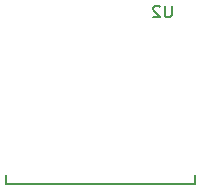
<source format=gbr>
G04 #@! TF.GenerationSoftware,KiCad,Pcbnew,no-vcs-found-7613~57~ubuntu16.04.1*
G04 #@! TF.CreationDate,2017-02-19T17:16:57-08:00*
G04 #@! TF.ProjectId,ESPKey,4553504B65792E6B696361645F706362,rev?*
G04 #@! TF.FileFunction,Legend,Bot*
G04 #@! TF.FilePolarity,Positive*
%FSLAX46Y46*%
G04 Gerber Fmt 4.6, Leading zero omitted, Abs format (unit mm)*
G04 Created by KiCad (PCBNEW no-vcs-found-7613~57~ubuntu16.04.1) date Sun Feb 19 17:16:57 2017*
%MOMM*%
%LPD*%
G01*
G04 APERTURE LIST*
%ADD10C,0.100000*%
%ADD11C,0.152400*%
%ADD12C,0.150000*%
G04 APERTURE END LIST*
D10*
D11*
X120016000Y-119959000D02*
X120016000Y-120721000D01*
X120016000Y-120721000D02*
X104014000Y-120721000D01*
X104014000Y-120721000D02*
X104014000Y-119959000D01*
D12*
X118061904Y-105652380D02*
X118061904Y-106461904D01*
X118014285Y-106557142D01*
X117966666Y-106604761D01*
X117871428Y-106652380D01*
X117680952Y-106652380D01*
X117585714Y-106604761D01*
X117538095Y-106557142D01*
X117490476Y-106461904D01*
X117490476Y-105652380D01*
X117061904Y-105747619D02*
X117014285Y-105700000D01*
X116919047Y-105652380D01*
X116680952Y-105652380D01*
X116585714Y-105700000D01*
X116538095Y-105747619D01*
X116490476Y-105842857D01*
X116490476Y-105938095D01*
X116538095Y-106080952D01*
X117109523Y-106652380D01*
X116490476Y-106652380D01*
M02*

</source>
